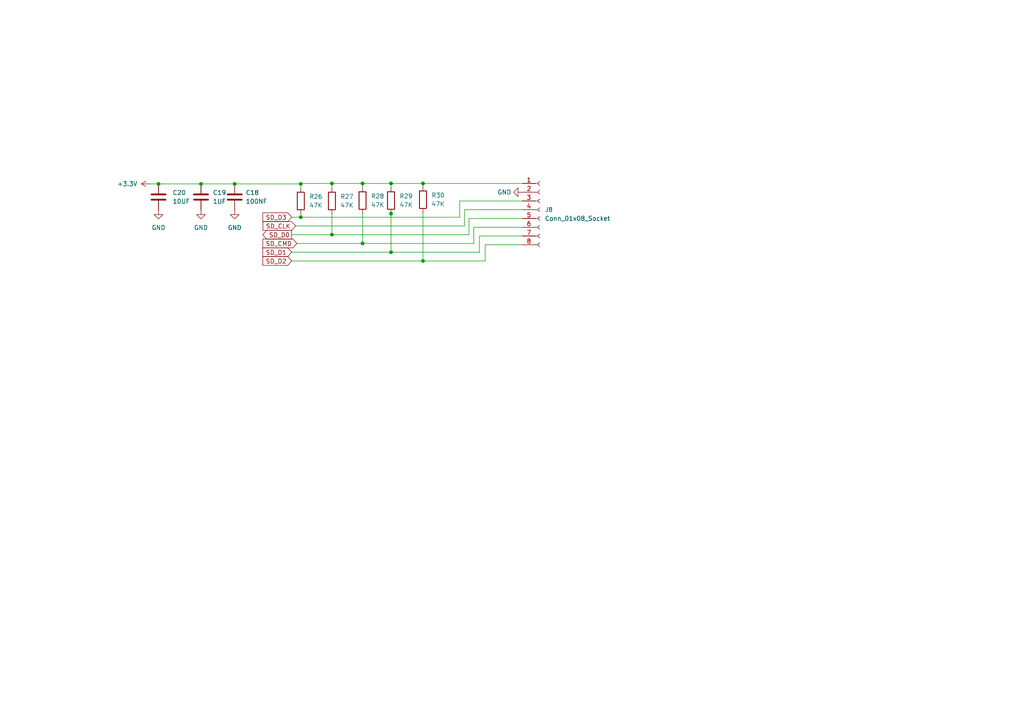
<source format=kicad_sch>
(kicad_sch (version 20250114) (generator "eeschema") (generator_version "9.0")
  (paper "A4")
  (lib_symbols
    (symbol "Connector:Conn_01x08_Socket" (pin_names (offset 1.016) (hide yes))
      (property "Reference" "J" (at 0 10.16 0))
      (property "Value" "Conn_01x08_Socket" (at 0 -12.7 0))
      (symbol "Conn_01x08_Socket_1_1"
        (polyline (pts (xy -1.27 7.62) (xy -0.508 7.62)) (stroke (width 0.1524)))
        (polyline (pts (xy -1.27 5.08) (xy -0.508 5.08)) (stroke (width 0.1524)))
        (polyline (pts (xy -1.27 2.54) (xy -0.508 2.54)) (stroke (width 0.1524)))
        (polyline (pts (xy -1.27 0) (xy -0.508 0)) (stroke (width 0.1524)))
        (polyline (pts (xy -1.27 -2.54) (xy -0.508 -2.54)) (stroke (width 0.1524)))
        (polyline (pts (xy -1.27 -5.08) (xy -0.508 -5.08)) (stroke (width 0.1524)))
        (polyline (pts (xy -1.27 -7.62) (xy -0.508 -7.62)) (stroke (width 0.1524)))
        (polyline (pts (xy -1.27 -10.16) (xy -0.508 -10.16)) (stroke (width 0.1524)))
        (arc (start 0 7.112) (mid -0.5058 7.62) (end 0 8.128) (stroke (width 0.1524)))
        (arc (start 0 4.572) (mid -0.5058 5.08) (end 0 5.588) (stroke (width 0.1524)))
        (arc (start 0 2.032) (mid -0.5058 2.54) (end 0 3.048) (stroke (width 0.1524)))
        (arc (start 0 -0.508) (mid -0.5058 0) (end 0 0.508) (stroke (width 0.1524)))
        (arc (start 0 -3.048) (mid -0.5058 -2.54) (end 0 -2.032) (stroke (width 0.1524)))
        (arc (start 0 -5.588) (mid -0.5058 -5.08) (end 0 -4.572) (stroke (width 0.1524)))
        (arc (start 0 -8.128) (mid -0.5058 -7.62) (end 0 -7.112) (stroke (width 0.1524)))
        (arc (start 0 -10.668) (mid -0.5058 -10.16) (end 0 -9.652) (stroke (width 0.1524)))
        (pin passive line (at -5.08 7.62 0) (length 3.81) (name "Pin_1") (number "1"))
        (pin passive line (at -5.08 5.08 0) (length 3.81) (name "Pin_2") (number "2"))
        (pin passive line (at -5.08 2.54 0) (length 3.81) (name "Pin_3") (number "3"))
        (pin passive line (at -5.08 0 0) (length 3.81) (name "Pin_4") (number "4"))
        (pin passive line (at -5.08 -2.54 0) (length 3.81) (name "Pin_5") (number "5"))
        (pin passive line (at -5.08 -5.08 0) (length 3.81) (name "Pin_6") (number "6"))
        (pin passive line (at -5.08 -7.62 0) (length 3.81) (name "Pin_7") (number "7"))
        (pin passive line (at -5.08 -10.16 0) (length 3.81) (name "Pin_8") (number "8"))
      )
    )
    (symbol "Device:C" (pin_numbers (hide yes)) (pin_names (offset 0.254))
      (property "Reference" "C" (at 0.635 2.54 0))
      (property "Value" "C" (at 0.635 -2.54 0))
      (symbol "C_0_1"
        (polyline (pts (xy -2.032 0.762) (xy 2.032 0.762)) (stroke (width 0.508)))
        (polyline (pts (xy -2.032 -0.762) (xy 2.032 -0.762)) (stroke (width 0.508)))
      )
      (symbol "C_1_1"
        (pin passive line (at 0 3.81 270) (length 2.794) (name "~") (number "1"))
        (pin passive line (at 0 -3.81 90) (length 2.794) (name "~") (number "2"))
      )
    )
    (symbol "Device:R" (pin_numbers (hide yes)) (pin_names (offset 0))
      (property "Reference" "R" (at 2.032 0 90))
      (property "Value" "R" (at 0 0 90))
      (symbol "R_0_1"
        (rectangle (start -1.016 -2.54) (end 1.016 2.54) (stroke (width 0.254)))
      )
      (symbol "R_1_1"
        (pin passive line (at 0 3.81 270) (length 1.27) (name "~") (number "1"))
        (pin passive line (at 0 -3.81 90) (length 1.27) (name "~") (number "2"))
      )
    )
    (symbol "power:+3.3VA" (power) (pin_names (offset 0))
      (property "Value" "+3.3VA" (at 0 3.556 0))
      (symbol "+3.3VA_0_1"
        (polyline (pts (xy -0.762 1.27) (xy 0 2.54)))
        (polyline (pts (xy 0 2.54) (xy 0.762 1.27)))
        (polyline (pts (xy 0 0) (xy 0 2.54)))
      )
      (symbol "+3.3VA_1_1"
        (pin power_in line (at 0 0 90) (length 0) (hide yes) (name "+3.3VA") (number "1"))
      )
    )
    (symbol "power:GND" (power) (pin_names (offset 0))
      (property "Value" "GND" (at 0 -3.81 0))
      (symbol "GND_0_1"
        (polyline (pts (xy 0 0) (xy 0 -1.27) (xy 1.27 -1.27) (xy 0 -2.54) (xy -1.27 -1.27) (xy 0 -1.27)))
      )
      (symbol "GND_1_1"
        (pin power_in line (at 0 0 270) (length 0) (hide yes) (name "GND") (number "1"))
      )
    )
  )
  (junction (at 122.682 75.692))
  (junction (at 96.266 68.072))
  (junction (at 45.974 53.34))
  (junction (at 58.293 53.34))
  (junction (at 105.156 53.213))
  (junction (at 96.266 53.213))
  (junction (at 122.682 53.213))
  (junction (at 113.411 61.976))
  (junction (at 113.411 73.152))
  (junction (at 87.249 62.992))
  (junction (at 87.249 53.34))
  (junction (at 105.156 70.612))
  (junction (at 113.411 53.213))
  (junction (at 68.072 53.34))
  (wire (pts (xy 68.072 53.34) (xy 87.249 53.34)))
  (wire (pts (xy 105.156 70.612) (xy 86.106 70.612)))
  (wire (pts (xy 133.35 58.293) (xy 151.511 58.293)))
  (wire (pts (xy 87.249 62.992) (xy 133.35 62.992)))
  (wire (pts (xy 87.249 62.103) (xy 87.249 62.992)))
  (wire (pts (xy 84.582 75.692) (xy 122.682 75.692)))
  (wire (pts (xy 113.411 73.152) (xy 139.065 73.152)))
  (wire (pts (xy 139.065 73.152) (xy 139.065 68.453)))
  (wire (pts (xy 140.716 70.993) (xy 151.511 70.993)))
  (wire (pts (xy 140.716 75.692) (xy 140.716 70.993)))
  (wire (pts (xy 105.156 53.213) (xy 113.411 53.213)))
  (wire (pts (xy 105.156 61.976) (xy 105.156 70.612)))
  (wire (pts (xy 96.266 53.213) (xy 96.266 54.483)))
  (wire (pts (xy 58.293 53.34) (xy 68.072 53.34)))
  (wire (pts (xy 122.682 61.722) (xy 122.682 75.692)))
  (wire (pts (xy 137.414 65.913) (xy 137.414 70.612)))
  (wire (pts (xy 136.017 63.373) (xy 136.017 68.072)))
  (wire (pts (xy 134.747 60.833) (xy 151.511 60.833)))
  (wire (pts (xy 133.35 62.992) (xy 133.35 58.293)))
  (wire (pts (xy 84.582 68.072) (xy 96.266 68.072)))
  (wire (pts (xy 87.249 53.34) (xy 87.249 54.483)))
  (wire (pts (xy 113.411 61.976) (xy 113.411 73.152)))
  (wire (pts (xy 122.682 75.692) (xy 140.716 75.692)))
  (wire (pts (xy 87.249 53.213) (xy 96.266 53.213)))
  (wire (pts (xy 139.065 68.453) (xy 151.511 68.453)))
  (wire (pts (xy 96.266 68.072) (xy 136.017 68.072)))
  (wire (pts (xy 113.411 53.213) (xy 113.411 54.356)))
  (wire (pts (xy 87.249 53.213) (xy 87.249 53.34)))
  (wire (pts (xy 134.747 60.833) (xy 134.747 65.532)))
  (wire (pts (xy 136.017 63.373) (xy 151.511 63.373)))
  (wire (pts (xy 84.582 62.992) (xy 87.249 62.992)))
  (wire (pts (xy 122.682 53.213) (xy 122.682 54.102)))
  (wire (pts (xy 137.414 70.612) (xy 105.156 70.612)))
  (wire (pts (xy 45.974 53.34) (xy 58.293 53.34)))
  (wire (pts (xy 85.725 65.532) (xy 134.747 65.532)))
  (wire (pts (xy 122.682 53.213) (xy 151.511 53.213)))
  (wire (pts (xy 113.411 61.849) (xy 113.411 61.976)))
  (wire (pts (xy 105.156 53.213) (xy 105.156 54.356)))
  (wire (pts (xy 137.414 65.913) (xy 151.511 65.913)))
  (wire (pts (xy 96.266 62.103) (xy 96.266 68.072)))
  (wire (pts (xy 84.582 73.152) (xy 113.411 73.152)))
  (wire (pts (xy 96.266 53.213) (xy 105.156 53.213)))
  (wire (pts (xy 43.561 53.34) (xy 45.974 53.34)))
  (wire (pts (xy 113.411 53.213) (xy 122.682 53.213)))
  (global_label "SD_D0" (shape output) (at 84.582 68.072 180) (property "Intersheetrefs" "${INTERSHEET_REFS}" (effects (hide yes))))
  (global_label "SD_CMD" (shape input) (at 86.106 70.612 180) (property "Intersheetrefs" "${INTERSHEET_REFS}" (effects (hide yes))))
  (global_label "SD_D1" (shape input) (at 84.582 73.152 180) (property "Intersheetrefs" "${INTERSHEET_REFS}" (effects (hide yes))))
  (global_label "SD_D2" (shape input) (at 84.582 75.692 180) (property "Intersheetrefs" "${INTERSHEET_REFS}" (effects (hide yes))))
  (global_label "SD_D3" (shape input) (at 84.582 62.992 180) (property "Intersheetrefs" "${INTERSHEET_REFS}" (effects (hide yes))))
  (global_label "SD_CLK" (shape input) (at 85.725 65.532 180) (property "Intersheetrefs" "${INTERSHEET_REFS}" (effects (hide yes))))
  (symbol (lib_id "Device:R") (at 113.411 58.166 0) (unit 1)
    (property "Reference" "R29" (at 115.824 56.8959 0) (effects (justify left)))
    (property "Value" "47K" (at 115.824 59.4359 0) (effects (justify left)))
    (property "Footprint" "Resistor_SMD:R_0805_2012Metric" (effects (hide yes)))
    (property "Description" "Resistor" (effects (hide yes)))
  )
  (symbol (lib_id "Device:R") (at 96.266 58.293 0) (unit 1)
    (property "Reference" "R27" (at 98.679 57.0229 0) (effects (justify left)))
    (property "Value" "47K" (at 98.679 59.5629 0) (effects (justify left)))
    (property "Footprint" "Resistor_SMD:R_0805_2012Metric" (effects (hide yes)))
    (property "Description" "Resistor" (effects (hide yes)))
  )
  (symbol (lib_id "Device:C") (at 45.974 57.15 0) (unit 1)
    (property "Reference" "C20" (at 50.038 55.8799 0) (effects (justify left)))
    (property "Value" "10UF" (at 50.038 58.4199 0) (effects (justify left)))
    (property "Footprint" "Capacitor_SMD:C_0805_2012Metric" (effects (hide yes)))
    (property "Description" "Unpolarized capacitor" (effects (hide yes)))
    (property "MPN" "C15850" (effects (hide yes)))
  )
  (symbol (lib_id "power:GND") (at 58.293 60.96 0) (unit 1)
    (property "Reference" "#PWR065" (effects (hide yes)))
    (property "Value" "GND" (at 58.293 66.04 0))
  )
  (symbol (lib_id "power:GND") (at 45.974 60.96 0) (unit 1)
    (property "Reference" "#PWR067" (effects (hide yes)))
    (property "Value" "GND" (at 45.974 66.04 0))
  )
  (symbol (lib_id "Device:C") (at 58.293 57.15 0) (unit 1)
    (property "Reference" "C19" (at 61.722 55.8799 0) (effects (justify left)))
    (property "Value" "1UF" (at 61.722 58.4199 0) (effects (justify left)))
    (property "Footprint" "Capacitor_SMD:C_0805_2012Metric" (effects (hide yes)))
    (property "Description" "Unpolarized capacitor" (effects (hide yes)))
  )
  (symbol (lib_id "power:GND") (at 68.072 60.96 0) (unit 1)
    (property "Reference" "#PWR064" (effects (hide yes)))
    (property "Value" "GND" (at 68.072 66.04 0))
  )
  (symbol (lib_id "Device:R") (at 87.249 58.293 0) (unit 1)
    (property "Reference" "R26" (at 89.662 57.0229 0) (effects (justify left)))
    (property "Value" "47K" (at 89.662 59.5629 0) (effects (justify left)))
    (property "Footprint" "Resistor_SMD:R_0805_2012Metric" (effects (hide yes)))
    (property "Description" "Resistor" (effects (hide yes)))
  )
  (symbol (lib_id "Device:C") (at 68.072 57.15 0) (unit 1)
    (property "Reference" "C18" (at 71.247 55.8799 0) (effects (justify left)))
    (property "Value" "100NF" (at 71.247 58.4199 0) (effects (justify left)))
    (property "Footprint" "Capacitor_SMD:C_0805_2012Metric" (effects (hide yes)))
    (property "Description" "Unpolarized capacitor" (effects (hide yes)))
  )
  (symbol (lib_id "Connector:Conn_01x08_Socket") (at 156.591 60.833 0) (unit 1) (in_bom no)
    (property "Reference" "J8" (at 157.988 60.8329 0) (effects (justify left)))
    (property "Value" "Conn_01x08_Socket" (at 157.988 63.3729 0) (effects (justify left)))
    (property "Footprint" "Connector_PinHeader_2.54mm:PinHeader_1x08_P2.54mm_Vertical" (effects (hide yes)))
    (property "Description" "Generic connector, single row, 01x08, script generated" (effects (hide yes)))
  )
  (symbol (lib_id "Device:R") (at 105.156 58.166 0) (unit 1)
    (property "Reference" "R28" (at 107.569 56.8959 0) (effects (justify left)))
    (property "Value" "47K" (at 107.569 59.4359 0) (effects (justify left)))
    (property "Footprint" "Resistor_SMD:R_0805_2012Metric" (effects (hide yes)))
    (property "Description" "Resistor" (effects (hide yes)))
  )
  (symbol (lib_id "Device:R") (at 122.682 57.912 0) (unit 1)
    (property "Reference" "R30" (at 125.095 56.6419 0) (effects (justify left)))
    (property "Value" "47K" (at 125.095 59.1819 0) (effects (justify left)))
    (property "Footprint" "Resistor_SMD:R_0805_2012Metric" (effects (hide yes)))
    (property "Description" "Resistor" (effects (hide yes)))
  )
  (symbol (lib_id "power:GND") (at 151.511 55.753 270) (unit 1)
    (property "Reference" "#PWR063" (effects (hide yes)))
    (property "Value" "GND" (at 148.336 55.7529 90) (effects (justify right)))
  )
  (symbol (lib_id "power:+3.3VA") (at 43.561 53.34 90) (unit 1)
    (property "Reference" "#PWR062" (effects (hide yes)))
    (property "Value" "+3.3V" (at 39.878 53.3399 90) (effects (justify left)))
  )
)
</source>
